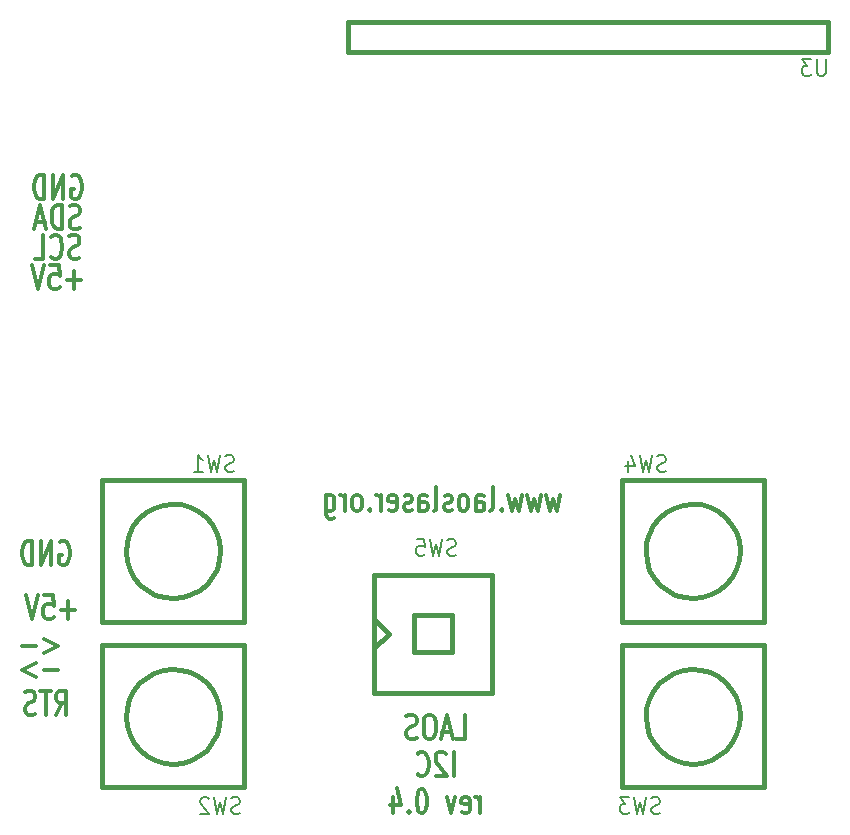
<source format=gbo>
G04 (created by PCBNEW-RS274X (2012-apr-16-27)-stable) date Sun 31 Mar 2013 17:29:30 CEST*
G01*
G70*
G90*
%MOIN*%
G04 Gerber Fmt 3.4, Leading zero omitted, Abs format*
%FSLAX34Y34*%
G04 APERTURE LIST*
%ADD10C,0.006000*%
%ADD11C,0.012000*%
%ADD12C,0.015000*%
%ADD13C,0.008000*%
G04 APERTURE END LIST*
G54D10*
G54D11*
X35729Y-31990D02*
X35615Y-32524D01*
X35501Y-32143D01*
X35386Y-32524D01*
X35272Y-31990D01*
X35100Y-31990D02*
X34986Y-32524D01*
X34872Y-32143D01*
X34757Y-32524D01*
X34643Y-31990D01*
X34471Y-31990D02*
X34357Y-32524D01*
X34243Y-32143D01*
X34128Y-32524D01*
X34014Y-31990D01*
X33785Y-32448D02*
X33757Y-32486D01*
X33785Y-32524D01*
X33814Y-32486D01*
X33785Y-32448D01*
X33785Y-32524D01*
X33413Y-32524D02*
X33471Y-32486D01*
X33499Y-32410D01*
X33499Y-31724D01*
X32928Y-32524D02*
X32928Y-32105D01*
X32957Y-32029D01*
X33014Y-31990D01*
X33128Y-31990D01*
X33185Y-32029D01*
X32928Y-32486D02*
X32985Y-32524D01*
X33128Y-32524D01*
X33185Y-32486D01*
X33214Y-32410D01*
X33214Y-32333D01*
X33185Y-32257D01*
X33128Y-32219D01*
X32985Y-32219D01*
X32928Y-32181D01*
X32556Y-32524D02*
X32614Y-32486D01*
X32642Y-32448D01*
X32671Y-32371D01*
X32671Y-32143D01*
X32642Y-32067D01*
X32614Y-32029D01*
X32556Y-31990D01*
X32471Y-31990D01*
X32414Y-32029D01*
X32385Y-32067D01*
X32356Y-32143D01*
X32356Y-32371D01*
X32385Y-32448D01*
X32414Y-32486D01*
X32471Y-32524D01*
X32556Y-32524D01*
X32128Y-32486D02*
X32071Y-32524D01*
X31956Y-32524D01*
X31899Y-32486D01*
X31871Y-32410D01*
X31871Y-32371D01*
X31899Y-32295D01*
X31956Y-32257D01*
X32042Y-32257D01*
X32099Y-32219D01*
X32128Y-32143D01*
X32128Y-32105D01*
X32099Y-32029D01*
X32042Y-31990D01*
X31956Y-31990D01*
X31899Y-32029D01*
X31527Y-32524D02*
X31585Y-32486D01*
X31613Y-32410D01*
X31613Y-31724D01*
X31042Y-32524D02*
X31042Y-32105D01*
X31071Y-32029D01*
X31128Y-31990D01*
X31242Y-31990D01*
X31299Y-32029D01*
X31042Y-32486D02*
X31099Y-32524D01*
X31242Y-32524D01*
X31299Y-32486D01*
X31328Y-32410D01*
X31328Y-32333D01*
X31299Y-32257D01*
X31242Y-32219D01*
X31099Y-32219D01*
X31042Y-32181D01*
X30785Y-32486D02*
X30728Y-32524D01*
X30613Y-32524D01*
X30556Y-32486D01*
X30528Y-32410D01*
X30528Y-32371D01*
X30556Y-32295D01*
X30613Y-32257D01*
X30699Y-32257D01*
X30756Y-32219D01*
X30785Y-32143D01*
X30785Y-32105D01*
X30756Y-32029D01*
X30699Y-31990D01*
X30613Y-31990D01*
X30556Y-32029D01*
X30042Y-32486D02*
X30099Y-32524D01*
X30213Y-32524D01*
X30270Y-32486D01*
X30299Y-32410D01*
X30299Y-32105D01*
X30270Y-32029D01*
X30213Y-31990D01*
X30099Y-31990D01*
X30042Y-32029D01*
X30013Y-32105D01*
X30013Y-32181D01*
X30299Y-32257D01*
X29756Y-32524D02*
X29756Y-31990D01*
X29756Y-32143D02*
X29728Y-32067D01*
X29699Y-32029D01*
X29642Y-31990D01*
X29585Y-31990D01*
X29385Y-32448D02*
X29357Y-32486D01*
X29385Y-32524D01*
X29414Y-32486D01*
X29385Y-32448D01*
X29385Y-32524D01*
X29013Y-32524D02*
X29071Y-32486D01*
X29099Y-32448D01*
X29128Y-32371D01*
X29128Y-32143D01*
X29099Y-32067D01*
X29071Y-32029D01*
X29013Y-31990D01*
X28928Y-31990D01*
X28871Y-32029D01*
X28842Y-32067D01*
X28813Y-32143D01*
X28813Y-32371D01*
X28842Y-32448D01*
X28871Y-32486D01*
X28928Y-32524D01*
X29013Y-32524D01*
X28556Y-32524D02*
X28556Y-31990D01*
X28556Y-32143D02*
X28528Y-32067D01*
X28499Y-32029D01*
X28442Y-31990D01*
X28385Y-31990D01*
X27928Y-31990D02*
X27928Y-32638D01*
X27957Y-32714D01*
X27985Y-32752D01*
X28042Y-32790D01*
X28128Y-32790D01*
X28185Y-32752D01*
X27928Y-32486D02*
X27985Y-32524D01*
X28099Y-32524D01*
X28157Y-32486D01*
X28185Y-32448D01*
X28214Y-32371D01*
X28214Y-32143D01*
X28185Y-32067D01*
X28157Y-32029D01*
X28099Y-31990D01*
X27985Y-31990D01*
X27928Y-32029D01*
X32271Y-40124D02*
X32557Y-40124D01*
X32557Y-39324D01*
X32100Y-39895D02*
X31814Y-39895D01*
X32157Y-40124D02*
X31957Y-39324D01*
X31757Y-40124D01*
X31443Y-39324D02*
X31329Y-39324D01*
X31271Y-39362D01*
X31214Y-39438D01*
X31186Y-39590D01*
X31186Y-39857D01*
X31214Y-40010D01*
X31271Y-40086D01*
X31329Y-40124D01*
X31443Y-40124D01*
X31500Y-40086D01*
X31557Y-40010D01*
X31586Y-39857D01*
X31586Y-39590D01*
X31557Y-39438D01*
X31500Y-39362D01*
X31443Y-39324D01*
X30957Y-40086D02*
X30871Y-40124D01*
X30728Y-40124D01*
X30671Y-40086D01*
X30642Y-40048D01*
X30614Y-39971D01*
X30614Y-39895D01*
X30642Y-39819D01*
X30671Y-39781D01*
X30728Y-39743D01*
X30842Y-39705D01*
X30900Y-39667D01*
X30928Y-39629D01*
X30957Y-39552D01*
X30957Y-39476D01*
X30928Y-39400D01*
X30900Y-39362D01*
X30842Y-39324D01*
X30700Y-39324D01*
X30614Y-39362D01*
X32185Y-41364D02*
X32185Y-40564D01*
X31928Y-40640D02*
X31899Y-40602D01*
X31842Y-40564D01*
X31699Y-40564D01*
X31642Y-40602D01*
X31613Y-40640D01*
X31585Y-40716D01*
X31585Y-40792D01*
X31613Y-40907D01*
X31956Y-41364D01*
X31585Y-41364D01*
X30985Y-41288D02*
X31014Y-41326D01*
X31100Y-41364D01*
X31157Y-41364D01*
X31242Y-41326D01*
X31300Y-41250D01*
X31328Y-41173D01*
X31357Y-41021D01*
X31357Y-40907D01*
X31328Y-40754D01*
X31300Y-40678D01*
X31242Y-40602D01*
X31157Y-40564D01*
X31100Y-40564D01*
X31014Y-40602D01*
X30985Y-40640D01*
X33070Y-42604D02*
X33070Y-42070D01*
X33070Y-42223D02*
X33042Y-42147D01*
X33013Y-42109D01*
X32956Y-42070D01*
X32899Y-42070D01*
X32471Y-42566D02*
X32528Y-42604D01*
X32642Y-42604D01*
X32699Y-42566D01*
X32728Y-42490D01*
X32728Y-42185D01*
X32699Y-42109D01*
X32642Y-42070D01*
X32528Y-42070D01*
X32471Y-42109D01*
X32442Y-42185D01*
X32442Y-42261D01*
X32728Y-42337D01*
X32242Y-42070D02*
X32099Y-42604D01*
X31957Y-42070D01*
X31157Y-41804D02*
X31100Y-41804D01*
X31043Y-41842D01*
X31014Y-41880D01*
X30985Y-41956D01*
X30957Y-42109D01*
X30957Y-42299D01*
X30985Y-42451D01*
X31014Y-42528D01*
X31043Y-42566D01*
X31100Y-42604D01*
X31157Y-42604D01*
X31214Y-42566D01*
X31243Y-42528D01*
X31271Y-42451D01*
X31300Y-42299D01*
X31300Y-42109D01*
X31271Y-41956D01*
X31243Y-41880D01*
X31214Y-41842D01*
X31157Y-41804D01*
X30700Y-42528D02*
X30672Y-42566D01*
X30700Y-42604D01*
X30729Y-42566D01*
X30700Y-42528D01*
X30700Y-42604D01*
X30157Y-42070D02*
X30157Y-42604D01*
X30300Y-41766D02*
X30443Y-42337D01*
X30071Y-42337D01*
X19000Y-37819D02*
X18543Y-37819D01*
X18257Y-37590D02*
X17800Y-37819D01*
X18257Y-38048D01*
X18543Y-36790D02*
X19000Y-37019D01*
X18543Y-37248D01*
X18257Y-37019D02*
X17800Y-37019D01*
X18928Y-39324D02*
X19128Y-38943D01*
X19271Y-39324D02*
X19271Y-38524D01*
X19043Y-38524D01*
X18985Y-38562D01*
X18957Y-38600D01*
X18928Y-38676D01*
X18928Y-38790D01*
X18957Y-38867D01*
X18985Y-38905D01*
X19043Y-38943D01*
X19271Y-38943D01*
X18757Y-38524D02*
X18414Y-38524D01*
X18585Y-39324D02*
X18585Y-38524D01*
X18243Y-39286D02*
X18157Y-39324D01*
X18014Y-39324D01*
X17957Y-39286D01*
X17928Y-39248D01*
X17900Y-39171D01*
X17900Y-39095D01*
X17928Y-39019D01*
X17957Y-38981D01*
X18014Y-38943D01*
X18128Y-38905D01*
X18186Y-38867D01*
X18214Y-38829D01*
X18243Y-38752D01*
X18243Y-38676D01*
X18214Y-38600D01*
X18186Y-38562D01*
X18128Y-38524D01*
X17986Y-38524D01*
X17900Y-38562D01*
X19571Y-35819D02*
X19114Y-35819D01*
X19343Y-36124D02*
X19343Y-35514D01*
X18542Y-35324D02*
X18828Y-35324D01*
X18857Y-35705D01*
X18828Y-35667D01*
X18771Y-35629D01*
X18628Y-35629D01*
X18571Y-35667D01*
X18542Y-35705D01*
X18514Y-35781D01*
X18514Y-35971D01*
X18542Y-36048D01*
X18571Y-36086D01*
X18628Y-36124D01*
X18771Y-36124D01*
X18828Y-36086D01*
X18857Y-36048D01*
X18343Y-35324D02*
X18143Y-36124D01*
X17943Y-35324D01*
X19057Y-33562D02*
X19114Y-33524D01*
X19200Y-33524D01*
X19285Y-33562D01*
X19343Y-33638D01*
X19371Y-33714D01*
X19400Y-33867D01*
X19400Y-33981D01*
X19371Y-34133D01*
X19343Y-34210D01*
X19285Y-34286D01*
X19200Y-34324D01*
X19143Y-34324D01*
X19057Y-34286D01*
X19028Y-34248D01*
X19028Y-33981D01*
X19143Y-33981D01*
X18771Y-34324D02*
X18771Y-33524D01*
X18428Y-34324D01*
X18428Y-33524D01*
X18142Y-34324D02*
X18142Y-33524D01*
X17999Y-33524D01*
X17914Y-33562D01*
X17856Y-33638D01*
X17828Y-33714D01*
X17799Y-33867D01*
X17799Y-33981D01*
X17828Y-34133D01*
X17856Y-34210D01*
X17914Y-34286D01*
X17999Y-34324D01*
X18142Y-34324D01*
X19457Y-21362D02*
X19514Y-21324D01*
X19600Y-21324D01*
X19685Y-21362D01*
X19743Y-21438D01*
X19771Y-21514D01*
X19800Y-21667D01*
X19800Y-21781D01*
X19771Y-21933D01*
X19743Y-22010D01*
X19685Y-22086D01*
X19600Y-22124D01*
X19543Y-22124D01*
X19457Y-22086D01*
X19428Y-22048D01*
X19428Y-21781D01*
X19543Y-21781D01*
X19171Y-22124D02*
X19171Y-21324D01*
X18828Y-22124D01*
X18828Y-21324D01*
X18542Y-22124D02*
X18542Y-21324D01*
X18399Y-21324D01*
X18314Y-21362D01*
X18256Y-21438D01*
X18228Y-21514D01*
X18199Y-21667D01*
X18199Y-21781D01*
X18228Y-21933D01*
X18256Y-22010D01*
X18314Y-22086D01*
X18399Y-22124D01*
X18542Y-22124D01*
X19771Y-24819D02*
X19314Y-24819D01*
X19543Y-25124D02*
X19543Y-24514D01*
X18742Y-24324D02*
X19028Y-24324D01*
X19057Y-24705D01*
X19028Y-24667D01*
X18971Y-24629D01*
X18828Y-24629D01*
X18771Y-24667D01*
X18742Y-24705D01*
X18714Y-24781D01*
X18714Y-24971D01*
X18742Y-25048D01*
X18771Y-25086D01*
X18828Y-25124D01*
X18971Y-25124D01*
X19028Y-25086D01*
X19057Y-25048D01*
X18543Y-24324D02*
X18343Y-25124D01*
X18143Y-24324D01*
X19714Y-24086D02*
X19628Y-24124D01*
X19485Y-24124D01*
X19428Y-24086D01*
X19399Y-24048D01*
X19371Y-23971D01*
X19371Y-23895D01*
X19399Y-23819D01*
X19428Y-23781D01*
X19485Y-23743D01*
X19599Y-23705D01*
X19657Y-23667D01*
X19685Y-23629D01*
X19714Y-23552D01*
X19714Y-23476D01*
X19685Y-23400D01*
X19657Y-23362D01*
X19599Y-23324D01*
X19457Y-23324D01*
X19371Y-23362D01*
X18771Y-24048D02*
X18800Y-24086D01*
X18886Y-24124D01*
X18943Y-24124D01*
X19028Y-24086D01*
X19086Y-24010D01*
X19114Y-23933D01*
X19143Y-23781D01*
X19143Y-23667D01*
X19114Y-23514D01*
X19086Y-23438D01*
X19028Y-23362D01*
X18943Y-23324D01*
X18886Y-23324D01*
X18800Y-23362D01*
X18771Y-23400D01*
X18228Y-24124D02*
X18514Y-24124D01*
X18514Y-23324D01*
X19728Y-23086D02*
X19642Y-23124D01*
X19499Y-23124D01*
X19442Y-23086D01*
X19413Y-23048D01*
X19385Y-22971D01*
X19385Y-22895D01*
X19413Y-22819D01*
X19442Y-22781D01*
X19499Y-22743D01*
X19613Y-22705D01*
X19671Y-22667D01*
X19699Y-22629D01*
X19728Y-22552D01*
X19728Y-22476D01*
X19699Y-22400D01*
X19671Y-22362D01*
X19613Y-22324D01*
X19471Y-22324D01*
X19385Y-22362D01*
X19128Y-23124D02*
X19128Y-22324D01*
X18985Y-22324D01*
X18900Y-22362D01*
X18842Y-22438D01*
X18814Y-22514D01*
X18785Y-22667D01*
X18785Y-22781D01*
X18814Y-22933D01*
X18842Y-23010D01*
X18900Y-23086D01*
X18985Y-23124D01*
X19128Y-23124D01*
X18557Y-22895D02*
X18271Y-22895D01*
X18614Y-23124D02*
X18414Y-22324D01*
X18214Y-23124D01*
G54D12*
X44650Y-16232D02*
X28650Y-16232D01*
X28650Y-16232D02*
X28650Y-17232D01*
X28650Y-17232D02*
X44650Y-17232D01*
X44650Y-17232D02*
X44650Y-16232D01*
X24410Y-33858D02*
X24380Y-34163D01*
X24291Y-34458D01*
X24146Y-34729D01*
X23952Y-34967D01*
X23715Y-35163D01*
X23445Y-35309D01*
X23151Y-35400D01*
X22845Y-35432D01*
X22540Y-35405D01*
X22245Y-35318D01*
X21973Y-35175D01*
X21734Y-34983D01*
X21536Y-34747D01*
X21388Y-34478D01*
X21295Y-34185D01*
X21261Y-33879D01*
X21286Y-33574D01*
X21371Y-33279D01*
X21512Y-33005D01*
X21703Y-32764D01*
X21937Y-32565D01*
X22205Y-32415D01*
X22497Y-32320D01*
X22803Y-32284D01*
X23108Y-32307D01*
X23404Y-32390D01*
X23678Y-32529D01*
X23921Y-32718D01*
X24122Y-32951D01*
X24273Y-33218D01*
X24370Y-33510D01*
X24409Y-33815D01*
X24410Y-33858D01*
X20473Y-33858D02*
X20473Y-36220D01*
X20473Y-36220D02*
X25197Y-36220D01*
X25197Y-36220D02*
X25197Y-31496D01*
X25197Y-31496D02*
X20473Y-31496D01*
X20473Y-31496D02*
X20473Y-33858D01*
X24410Y-39370D02*
X24380Y-39675D01*
X24291Y-39970D01*
X24146Y-40241D01*
X23952Y-40479D01*
X23715Y-40675D01*
X23445Y-40821D01*
X23151Y-40912D01*
X22845Y-40944D01*
X22540Y-40917D01*
X22245Y-40830D01*
X21973Y-40687D01*
X21734Y-40495D01*
X21536Y-40259D01*
X21388Y-39990D01*
X21295Y-39697D01*
X21261Y-39391D01*
X21286Y-39086D01*
X21371Y-38791D01*
X21512Y-38517D01*
X21703Y-38276D01*
X21937Y-38077D01*
X22205Y-37927D01*
X22497Y-37832D01*
X22803Y-37796D01*
X23108Y-37819D01*
X23404Y-37902D01*
X23678Y-38041D01*
X23921Y-38230D01*
X24122Y-38463D01*
X24273Y-38730D01*
X24370Y-39022D01*
X24409Y-39327D01*
X24410Y-39370D01*
X20473Y-39370D02*
X20473Y-41732D01*
X20473Y-41732D02*
X25197Y-41732D01*
X25197Y-41732D02*
X25197Y-37008D01*
X25197Y-37008D02*
X20473Y-37008D01*
X20473Y-37008D02*
X20473Y-39370D01*
X41732Y-39370D02*
X41702Y-39675D01*
X41613Y-39970D01*
X41468Y-40241D01*
X41274Y-40479D01*
X41037Y-40675D01*
X40767Y-40821D01*
X40473Y-40912D01*
X40167Y-40944D01*
X39862Y-40917D01*
X39567Y-40830D01*
X39295Y-40687D01*
X39056Y-40495D01*
X38858Y-40259D01*
X38710Y-39990D01*
X38617Y-39697D01*
X38583Y-39391D01*
X38608Y-39086D01*
X38693Y-38791D01*
X38834Y-38517D01*
X39025Y-38276D01*
X39259Y-38077D01*
X39527Y-37927D01*
X39819Y-37832D01*
X40125Y-37796D01*
X40430Y-37819D01*
X40726Y-37902D01*
X41000Y-38041D01*
X41243Y-38230D01*
X41444Y-38463D01*
X41595Y-38730D01*
X41692Y-39022D01*
X41731Y-39327D01*
X41732Y-39370D01*
X37795Y-39370D02*
X37795Y-41732D01*
X37795Y-41732D02*
X42519Y-41732D01*
X42519Y-41732D02*
X42519Y-37008D01*
X42519Y-37008D02*
X37795Y-37008D01*
X37795Y-37008D02*
X37795Y-39370D01*
X41732Y-33858D02*
X41702Y-34163D01*
X41613Y-34458D01*
X41468Y-34729D01*
X41274Y-34967D01*
X41037Y-35163D01*
X40767Y-35309D01*
X40473Y-35400D01*
X40167Y-35432D01*
X39862Y-35405D01*
X39567Y-35318D01*
X39295Y-35175D01*
X39056Y-34983D01*
X38858Y-34747D01*
X38710Y-34478D01*
X38617Y-34185D01*
X38583Y-33879D01*
X38608Y-33574D01*
X38693Y-33279D01*
X38834Y-33005D01*
X39025Y-32764D01*
X39259Y-32565D01*
X39527Y-32415D01*
X39819Y-32320D01*
X40125Y-32284D01*
X40430Y-32307D01*
X40726Y-32390D01*
X41000Y-32529D01*
X41243Y-32718D01*
X41444Y-32951D01*
X41595Y-33218D01*
X41692Y-33510D01*
X41731Y-33815D01*
X41732Y-33858D01*
X42519Y-33858D02*
X42519Y-31496D01*
X42519Y-31496D02*
X37795Y-31496D01*
X37795Y-31496D02*
X37795Y-36220D01*
X37795Y-36220D02*
X42519Y-36220D01*
X42519Y-36220D02*
X42519Y-33858D01*
X29527Y-37106D02*
X30020Y-36614D01*
X30020Y-36614D02*
X29527Y-36122D01*
X31496Y-35984D02*
X30866Y-35984D01*
X30866Y-35984D02*
X30866Y-37243D01*
X30866Y-37243D02*
X32126Y-37243D01*
X32126Y-37243D02*
X32126Y-35984D01*
X32126Y-35984D02*
X31496Y-35984D01*
X29527Y-34645D02*
X29527Y-38582D01*
X29527Y-38582D02*
X33465Y-38582D01*
X33465Y-38582D02*
X33465Y-34645D01*
X33465Y-34645D02*
X29527Y-34645D01*
G54D13*
X44581Y-17473D02*
X44581Y-17918D01*
X44557Y-17970D01*
X44533Y-17996D01*
X44486Y-18023D01*
X44390Y-18023D01*
X44343Y-17996D01*
X44319Y-17970D01*
X44295Y-17918D01*
X44295Y-17473D01*
X44105Y-17473D02*
X43795Y-17473D01*
X43962Y-17682D01*
X43890Y-17682D01*
X43843Y-17708D01*
X43819Y-17735D01*
X43795Y-17787D01*
X43795Y-17918D01*
X43819Y-17970D01*
X43843Y-17996D01*
X43890Y-18023D01*
X44033Y-18023D01*
X44081Y-17996D01*
X44105Y-17970D01*
X24866Y-31196D02*
X24794Y-31223D01*
X24675Y-31223D01*
X24628Y-31196D01*
X24604Y-31170D01*
X24580Y-31118D01*
X24580Y-31065D01*
X24604Y-31013D01*
X24628Y-30987D01*
X24675Y-30961D01*
X24771Y-30935D01*
X24818Y-30908D01*
X24842Y-30882D01*
X24866Y-30830D01*
X24866Y-30777D01*
X24842Y-30725D01*
X24818Y-30699D01*
X24771Y-30673D01*
X24651Y-30673D01*
X24580Y-30699D01*
X24414Y-30673D02*
X24295Y-31223D01*
X24199Y-30830D01*
X24104Y-31223D01*
X23985Y-30673D01*
X23533Y-31223D02*
X23819Y-31223D01*
X23676Y-31223D02*
X23676Y-30673D01*
X23724Y-30751D01*
X23771Y-30804D01*
X23819Y-30830D01*
X25066Y-42596D02*
X24994Y-42623D01*
X24875Y-42623D01*
X24828Y-42596D01*
X24804Y-42570D01*
X24780Y-42518D01*
X24780Y-42465D01*
X24804Y-42413D01*
X24828Y-42387D01*
X24875Y-42361D01*
X24971Y-42335D01*
X25018Y-42308D01*
X25042Y-42282D01*
X25066Y-42230D01*
X25066Y-42177D01*
X25042Y-42125D01*
X25018Y-42099D01*
X24971Y-42073D01*
X24851Y-42073D01*
X24780Y-42099D01*
X24614Y-42073D02*
X24495Y-42623D01*
X24399Y-42230D01*
X24304Y-42623D01*
X24185Y-42073D01*
X24019Y-42125D02*
X23995Y-42099D01*
X23947Y-42073D01*
X23828Y-42073D01*
X23781Y-42099D01*
X23757Y-42125D01*
X23733Y-42177D01*
X23733Y-42230D01*
X23757Y-42308D01*
X24043Y-42623D01*
X23733Y-42623D01*
X39066Y-42596D02*
X38994Y-42623D01*
X38875Y-42623D01*
X38828Y-42596D01*
X38804Y-42570D01*
X38780Y-42518D01*
X38780Y-42465D01*
X38804Y-42413D01*
X38828Y-42387D01*
X38875Y-42361D01*
X38971Y-42335D01*
X39018Y-42308D01*
X39042Y-42282D01*
X39066Y-42230D01*
X39066Y-42177D01*
X39042Y-42125D01*
X39018Y-42099D01*
X38971Y-42073D01*
X38851Y-42073D01*
X38780Y-42099D01*
X38614Y-42073D02*
X38495Y-42623D01*
X38399Y-42230D01*
X38304Y-42623D01*
X38185Y-42073D01*
X38043Y-42073D02*
X37733Y-42073D01*
X37900Y-42282D01*
X37828Y-42282D01*
X37781Y-42308D01*
X37757Y-42335D01*
X37733Y-42387D01*
X37733Y-42518D01*
X37757Y-42570D01*
X37781Y-42596D01*
X37828Y-42623D01*
X37971Y-42623D01*
X38019Y-42596D01*
X38043Y-42570D01*
X39266Y-31196D02*
X39194Y-31223D01*
X39075Y-31223D01*
X39028Y-31196D01*
X39004Y-31170D01*
X38980Y-31118D01*
X38980Y-31065D01*
X39004Y-31013D01*
X39028Y-30987D01*
X39075Y-30961D01*
X39171Y-30935D01*
X39218Y-30908D01*
X39242Y-30882D01*
X39266Y-30830D01*
X39266Y-30777D01*
X39242Y-30725D01*
X39218Y-30699D01*
X39171Y-30673D01*
X39051Y-30673D01*
X38980Y-30699D01*
X38814Y-30673D02*
X38695Y-31223D01*
X38599Y-30830D01*
X38504Y-31223D01*
X38385Y-30673D01*
X37981Y-30856D02*
X37981Y-31223D01*
X38100Y-30646D02*
X38219Y-31039D01*
X37909Y-31039D01*
X32266Y-33996D02*
X32194Y-34023D01*
X32075Y-34023D01*
X32028Y-33996D01*
X32004Y-33970D01*
X31980Y-33918D01*
X31980Y-33865D01*
X32004Y-33813D01*
X32028Y-33787D01*
X32075Y-33761D01*
X32171Y-33735D01*
X32218Y-33708D01*
X32242Y-33682D01*
X32266Y-33630D01*
X32266Y-33577D01*
X32242Y-33525D01*
X32218Y-33499D01*
X32171Y-33473D01*
X32051Y-33473D01*
X31980Y-33499D01*
X31814Y-33473D02*
X31695Y-34023D01*
X31599Y-33630D01*
X31504Y-34023D01*
X31385Y-33473D01*
X30957Y-33473D02*
X31195Y-33473D01*
X31219Y-33735D01*
X31195Y-33708D01*
X31147Y-33682D01*
X31028Y-33682D01*
X30981Y-33708D01*
X30957Y-33735D01*
X30933Y-33787D01*
X30933Y-33918D01*
X30957Y-33970D01*
X30981Y-33996D01*
X31028Y-34023D01*
X31147Y-34023D01*
X31195Y-33996D01*
X31219Y-33970D01*
M02*

</source>
